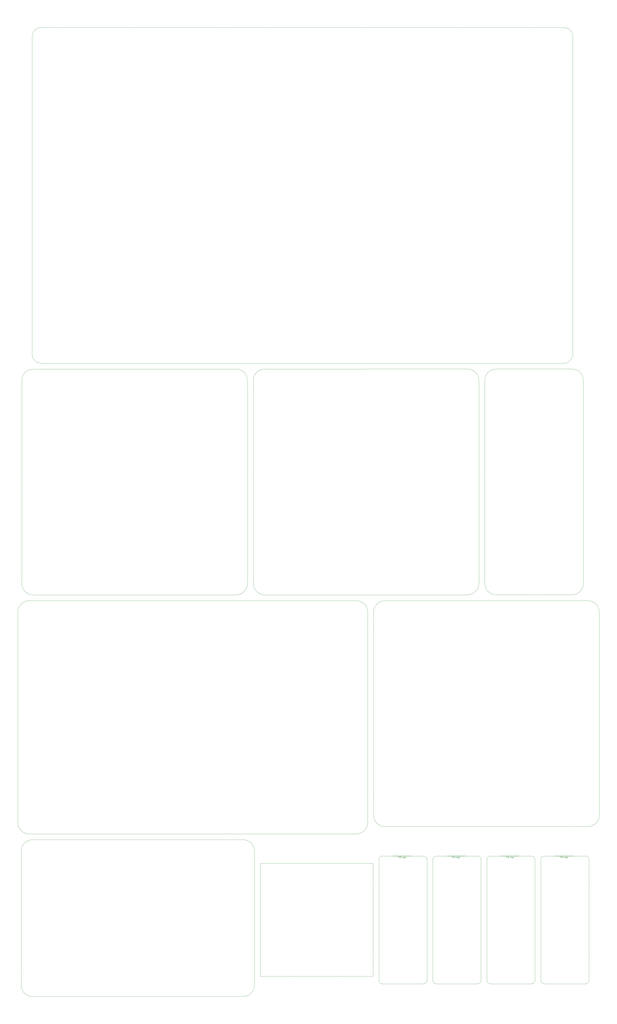
<source format=gbr>
G04 #@! TF.GenerationSoftware,KiCad,Pcbnew,(5.1.5)-3*
G04 #@! TF.CreationDate,2020-11-06T03:20:09-03:00*
G04 #@! TF.ProjectId,baseline_small,62617365-6c69-46e6-955f-736d616c6c2e,0.1*
G04 #@! TF.SameCoordinates,Original*
G04 #@! TF.FileFunction,OtherDrawing,Comment*
%FSLAX46Y46*%
G04 Gerber Fmt 4.6, Leading zero omitted, Abs format (unit mm)*
G04 Created by KiCad (PCBNEW (5.1.5)-3) date 2020-11-06 03:20:09*
%MOMM*%
%LPD*%
G04 APERTURE LIST*
%ADD10C,0.100000*%
%ADD11C,0.050000*%
%ADD12C,0.075000*%
G04 APERTURE END LIST*
D10*
X-142777666Y-422926814D02*
X-161065666Y-422926814D01*
X-141253666Y-367808814D02*
X-141253666Y-421402814D01*
X-141253666Y-421402814D02*
G75*
G02X-142777666Y-422926814I-1524000J0D01*
G01*
X-161065666Y-422926814D02*
G75*
G02X-162589666Y-421402814I0J1524000D01*
G01*
X-162589666Y-421402814D02*
X-162589666Y-367808814D01*
X-165193800Y-369565800D02*
X-165193800Y-419565800D01*
X-161065666Y-366284814D02*
X-142777666Y-366284814D01*
X-142777666Y-366284814D02*
G75*
G02X-141253666Y-367808814I0J-1524000D01*
G01*
X-162589666Y-367808814D02*
G75*
G02X-161065666Y-366284814I1524000J0D01*
G01*
X-165205866Y-367808814D02*
X-165205866Y-421402814D01*
X-185017866Y-422926814D02*
G75*
G02X-186541866Y-421402814I0J1524000D01*
G01*
X-165205866Y-421402814D02*
G75*
G02X-166729866Y-422926814I-1524000J0D01*
G01*
X-186541866Y-421402814D02*
X-186541866Y-367808814D01*
X-166729866Y-366284814D02*
G75*
G02X-165205866Y-367808814I0J-1524000D01*
G01*
X-166729866Y-422926814D02*
X-185017866Y-422926814D01*
X-186541866Y-367808814D02*
G75*
G02X-185017866Y-366284814I1524000J0D01*
G01*
X-185017866Y-366284814D02*
X-166729866Y-366284814D01*
X-189146000Y-369565800D02*
X-189146000Y-419565800D01*
X-189132666Y-367808814D02*
X-189132666Y-421402814D01*
X-208944666Y-422926814D02*
G75*
G02X-210468666Y-421402814I0J1524000D01*
G01*
X-189132666Y-421402814D02*
G75*
G02X-190656666Y-422926814I-1524000J0D01*
G01*
X-210468666Y-421402814D02*
X-210468666Y-367808814D01*
X-190656666Y-366284814D02*
G75*
G02X-189132666Y-367808814I0J-1524000D01*
G01*
X-190656666Y-422926814D02*
X-208944666Y-422926814D01*
X-210468666Y-367808814D02*
G75*
G02X-208944666Y-366284814I1524000J0D01*
G01*
X-208944666Y-366284814D02*
X-190656666Y-366284814D01*
X-213072800Y-369565800D02*
X-213072800Y-419565800D01*
D11*
X-387987388Y-359047974D02*
X-294663240Y-359047974D01*
X-249955825Y-253118201D02*
X-389448825Y-253118201D01*
X-387627242Y-150504065D02*
X-297762040Y-150488574D01*
D10*
X-213084866Y-367808814D02*
X-213084866Y-421402814D01*
X-232896866Y-422926814D02*
G75*
G02X-234420866Y-421402814I0J1524000D01*
G01*
X-213084866Y-421402814D02*
G75*
G02X-214608866Y-422926814I-1524000J0D01*
G01*
X-214608866Y-366284814D02*
G75*
G02X-213084866Y-367808814I0J-1524000D01*
G01*
X-214608866Y-422926814D02*
X-232896866Y-422926814D01*
X-234420866Y-367808814D02*
G75*
G02X-232896866Y-366284814I1524000J0D01*
G01*
X-234420866Y-421402814D02*
X-234420866Y-367808814D01*
X-232896866Y-366284814D02*
X-214608866Y-366284814D01*
D11*
X-239344200Y-351409000D02*
X-239342040Y-258194240D01*
X-389481440Y-356495274D02*
X-244424200Y-356489000D01*
X-394561440Y-351415274D02*
X-394548026Y-258264239D01*
X-389481440Y-356495274D02*
G75*
G02X-394561440Y-351415274I0J5080000D01*
G01*
X-244424063Y-253113878D02*
G75*
G02X-239342040Y-258194240I-66557J-5148602D01*
G01*
X-239344200Y-351409000D02*
G75*
G02X-244424200Y-356489000I-5080000J0D01*
G01*
X-394544315Y-258261148D02*
G75*
G02X-389448825Y-253118201I5146289J-3092D01*
G01*
X-249979594Y-253118201D02*
X-244424063Y-253113878D01*
X-231696640Y-353229060D02*
X-141736266Y-353231374D01*
X-141734106Y-253132088D02*
G75*
G02X-136654106Y-258212088I0J-5080000D01*
G01*
X-136656266Y-348151374D02*
X-136654106Y-258212088D01*
X-236778600Y-258212088D02*
G75*
G02X-231698600Y-253132088I5080000J0D01*
G01*
X-231698600Y-253132088D02*
X-141729640Y-253132088D01*
X-136656266Y-348151374D02*
G75*
G02X-141736266Y-353231374I-5080000J0D01*
G01*
X-231696640Y-353229060D02*
G75*
G02X-236776640Y-348149060I0J5080000D01*
G01*
X-236776640Y-348149060D02*
X-236778600Y-258212088D01*
X-143711626Y-245445840D02*
G75*
G02X-148791626Y-250525840I-5080000J0D01*
G01*
X-182370426Y-250525840D02*
G75*
G02X-187450426Y-245445840I0J5080000D01*
G01*
X-148791626Y-150449840D02*
G75*
G02X-143711626Y-155529840I0J-5080000D01*
G01*
X-182370426Y-250525840D02*
X-148791626Y-250525840D01*
X-187450426Y-155529840D02*
G75*
G02X-182370426Y-150449840I5080000J0D01*
G01*
X-143711626Y-245445840D02*
X-143711626Y-155529840D01*
X-182370426Y-150449840D02*
X-148791626Y-150449840D01*
X-187450426Y-155529840D02*
X-187450426Y-245445840D01*
X-195184452Y-150451823D02*
X-285049654Y-150467314D01*
X-195181361Y-150451824D02*
G75*
G02X-190038414Y-155547314I-3092J-5146289D01*
G01*
X-190053654Y-245463308D02*
X-190038414Y-155547314D01*
X-285049654Y-250543314D02*
X-195133654Y-250543314D01*
X-290129654Y-155547314D02*
X-290129654Y-245463314D01*
X-285049654Y-250543314D02*
G75*
G02X-290129654Y-245463314I0J5080000D01*
G01*
X-290129654Y-155547314D02*
G75*
G02X-285049654Y-150467314I5080000J0D01*
G01*
X-190053292Y-245461291D02*
G75*
G02X-195133654Y-250543314I-5148602J66557D01*
G01*
X-392800454Y-155599308D02*
X-392800454Y-245464508D01*
X-292673654Y-245464508D02*
X-292673654Y-155548508D01*
X-297753654Y-150468508D02*
G75*
G02X-292673654Y-155548508I0J-5080000D01*
G01*
X-387720454Y-250544508D02*
X-297753654Y-250544508D01*
X-387720454Y-250544508D02*
G75*
G02X-392800454Y-245464508I0J5080000D01*
G01*
X-292673654Y-245464508D02*
G75*
G02X-297753654Y-250544508I-5080000J0D01*
G01*
X-392800454Y-155599308D02*
G75*
G02X-387720454Y-150519308I5080000J0D01*
G01*
X-387987388Y-428579894D02*
X-294663240Y-428579894D01*
X-393067388Y-423499894D02*
X-393067388Y-364127974D01*
X-289583240Y-423499894D02*
X-289583240Y-364127974D01*
X-289583240Y-423499894D02*
G75*
G02X-294663240Y-428579894I-5080000J0D01*
G01*
X-393067388Y-364127974D02*
G75*
G02X-387987388Y-359047974I5080000J0D01*
G01*
X-387987388Y-428579894D02*
G75*
G02X-393067388Y-423499894I0J5080000D01*
G01*
X-294663240Y-359047974D02*
G75*
G02X-289583240Y-364127974I0J-5080000D01*
G01*
X-384122040Y-147948574D02*
G75*
G02X-388186040Y-143884574I0J4064000D01*
G01*
X-388186040Y-3168574D02*
G75*
G02X-384122040Y895426I4064000J0D01*
G01*
X-148410040Y-143884574D02*
G75*
G02X-152474040Y-147948574I-4064000J0D01*
G01*
X-152474040Y895426D02*
G75*
G02X-148410040Y-3168574I0J-4064000D01*
G01*
X-148410040Y-143884574D02*
X-148410040Y-3168574D01*
X-384122040Y-147948574D02*
X-152474040Y-147948574D01*
X-388186040Y-3168574D02*
X-388186040Y-143884574D01*
X-152474040Y895426D02*
X-384122040Y895426D01*
D10*
X-287025000Y-369565800D02*
X-237025000Y-369565800D01*
X-287025000Y-419565800D02*
X-287025000Y-369565800D01*
X-237025000Y-419565800D02*
X-287025000Y-419565800D01*
X-237025000Y-369565800D02*
X-237025000Y-419565800D01*
D11*
X-139894000Y-404324000D02*
G75*
G03X-139894000Y-404324000I-60000J0D01*
G01*
X-139894000Y-409448000D02*
G75*
G03X-139894000Y-409448000I-60000J0D01*
G01*
X-139894000Y-383413000D02*
G75*
G03X-139894000Y-383413000I-60000J0D01*
G01*
X-139894000Y-378289000D02*
G75*
G03X-139894000Y-378289000I-60000J0D01*
G01*
D10*
X-148337000Y-366249800D02*
X-156337000Y-366249800D01*
D11*
X-163871600Y-409448000D02*
G75*
G03X-163871600Y-409448000I-60000J0D01*
G01*
X-163871600Y-404324000D02*
G75*
G03X-163871600Y-404324000I-60000J0D01*
G01*
X-163846200Y-378289000D02*
G75*
G03X-163846200Y-378289000I-60000J0D01*
G01*
X-163846200Y-383413000D02*
G75*
G03X-163846200Y-383413000I-60000J0D01*
G01*
D10*
X-172289200Y-366249800D02*
X-180289200Y-366249800D01*
D11*
X-187798400Y-383413000D02*
G75*
G03X-187798400Y-383413000I-60000J0D01*
G01*
X-187798400Y-378289000D02*
G75*
G03X-187798400Y-378289000I-60000J0D01*
G01*
X-187823800Y-404324000D02*
G75*
G03X-187823800Y-404324000I-60000J0D01*
G01*
X-187823800Y-409448000D02*
G75*
G03X-187823800Y-409448000I-60000J0D01*
G01*
D10*
X-196216000Y-366249800D02*
X-204216000Y-366249800D01*
D11*
X-211725200Y-383413000D02*
G75*
G03X-211725200Y-383413000I-60000J0D01*
G01*
X-211725200Y-378289000D02*
G75*
G03X-211725200Y-378289000I-60000J0D01*
G01*
X-211750600Y-404324000D02*
G75*
G03X-211750600Y-404324000I-60000J0D01*
G01*
X-211750600Y-409448000D02*
G75*
G03X-211750600Y-409448000I-60000J0D01*
G01*
X-276971000Y-420827200D02*
G75*
G03X-276971000Y-420827200I-60000J0D01*
G01*
X-271847000Y-420827200D02*
G75*
G03X-271847000Y-420827200I-60000J0D01*
G01*
X-245812000Y-420827200D02*
G75*
G03X-245812000Y-420827200I-60000J0D01*
G01*
X-250936000Y-420827200D02*
G75*
G03X-250936000Y-420827200I-60000J0D01*
G01*
X-271847000Y-368274600D02*
G75*
G03X-271847000Y-368274600I-60000J0D01*
G01*
X-276971000Y-368274600D02*
G75*
G03X-276971000Y-368274600I-60000J0D01*
G01*
X-250936000Y-368274600D02*
G75*
G03X-250936000Y-368274600I-60000J0D01*
G01*
X-245812000Y-368274600D02*
G75*
G03X-245812000Y-368274600I-60000J0D01*
G01*
X-235702800Y-409448000D02*
G75*
G03X-235702800Y-409448000I-60000J0D01*
G01*
X-235702800Y-404324000D02*
G75*
G03X-235702800Y-404324000I-60000J0D01*
G01*
X-235677400Y-378289000D02*
G75*
G03X-235677400Y-378289000I-60000J0D01*
G01*
X-235677400Y-383413000D02*
G75*
G03X-235677400Y-383413000I-60000J0D01*
G01*
X-288255400Y-404324000D02*
G75*
G03X-288255400Y-404324000I-60000J0D01*
G01*
X-288255400Y-409448000D02*
G75*
G03X-288255400Y-409448000I-60000J0D01*
G01*
X-288255400Y-383413000D02*
G75*
G03X-288255400Y-383413000I-60000J0D01*
G01*
X-288255400Y-378289000D02*
G75*
G03X-288255400Y-378289000I-60000J0D01*
G01*
X-301571800Y-429844200D02*
G75*
G03X-301571800Y-429844200I-60000J0D01*
G01*
X-306695800Y-429844200D02*
G75*
G03X-306695800Y-429844200I-60000J0D01*
G01*
X-344795800Y-429844200D02*
G75*
G03X-344795800Y-429844200I-60000J0D01*
G01*
X-339671800Y-429844200D02*
G75*
G03X-339671800Y-429844200I-60000J0D01*
G01*
X-377213000Y-429844200D02*
G75*
G03X-377213000Y-429844200I-60000J0D01*
G01*
X-382337000Y-429844200D02*
G75*
G03X-382337000Y-429844200I-60000J0D01*
G01*
X-394262300Y-371265526D02*
G75*
G03X-394262300Y-371265526I-60000J0D01*
G01*
X-394262300Y-376389526D02*
G75*
G03X-394262300Y-376389526I-60000J0D01*
G01*
X-394275000Y-416273800D02*
G75*
G03X-394275000Y-416273800I-60000J0D01*
G01*
X-394275000Y-411149800D02*
G75*
G03X-394275000Y-411149800I-60000J0D01*
G01*
X-135319840Y-266591974D02*
G75*
G03X-135319840Y-266591974I-60000J0D01*
G01*
X-135319840Y-261467974D02*
G75*
G03X-135319840Y-261467974I-60000J0D01*
G01*
X-135319840Y-299694974D02*
G75*
G03X-135319840Y-299694974I-60000J0D01*
G01*
X-135319840Y-304818974D02*
G75*
G03X-135319840Y-304818974I-60000J0D01*
G01*
X-135319840Y-344569974D02*
G75*
G03X-135319840Y-344569974I-60000J0D01*
G01*
X-135319840Y-339445974D02*
G75*
G03X-135319840Y-339445974I-60000J0D01*
G01*
X-168113400Y-251815600D02*
G75*
G03X-168113400Y-251815600I-60000J0D01*
G01*
X-162989400Y-251815600D02*
G75*
G03X-162989400Y-251815600I-60000J0D01*
G01*
X-214523840Y-251834574D02*
G75*
G03X-214523840Y-251834574I-60000J0D01*
G01*
X-219647840Y-251834574D02*
G75*
G03X-219647840Y-251834574I-60000J0D01*
G01*
X-175909040Y-354475974D02*
G75*
G03X-175909040Y-354475974I-60000J0D01*
G01*
X-170785040Y-354475974D02*
G75*
G03X-170785040Y-354475974I-60000J0D01*
G01*
X-143937240Y-354475974D02*
G75*
G03X-143937240Y-354475974I-60000J0D01*
G01*
X-149061240Y-354475974D02*
G75*
G03X-149061240Y-354475974I-60000J0D01*
G01*
X-258893000Y-357759000D02*
G75*
G03X-258893000Y-357759000I-60000J0D01*
G01*
X-253769000Y-357759000D02*
G75*
G03X-253769000Y-357759000I-60000J0D01*
G01*
X-277871440Y-357752574D02*
G75*
G03X-277871440Y-357752574I-60000J0D01*
G01*
X-282995440Y-357752574D02*
G75*
G03X-282995440Y-357752574I-60000J0D01*
G01*
X-395771440Y-342385574D02*
G75*
G03X-395771440Y-342385574I-60000J0D01*
G01*
X-395771440Y-347509574D02*
G75*
G03X-395771440Y-347509574I-60000J0D01*
G01*
X-395784140Y-305599574D02*
G75*
G03X-395784140Y-305599574I-60000J0D01*
G01*
X-395784140Y-300475574D02*
G75*
G03X-395784140Y-300475574I-60000J0D01*
G01*
X-395771440Y-260470574D02*
G75*
G03X-395771440Y-260470574I-60000J0D01*
G01*
X-395771440Y-265594574D02*
G75*
G03X-395771440Y-265594574I-60000J0D01*
G01*
X-339441040Y-357777974D02*
G75*
G03X-339441040Y-357777974I-60000J0D01*
G01*
X-344565040Y-357777974D02*
G75*
G03X-344565040Y-357777974I-60000J0D01*
G01*
X-382030040Y-357777974D02*
G75*
G03X-382030040Y-357777974I-60000J0D01*
G01*
X-376906040Y-357777974D02*
G75*
G03X-376906040Y-357777974I-60000J0D01*
G01*
X-301341040Y-357777974D02*
G75*
G03X-301341040Y-357777974I-60000J0D01*
G01*
X-306465040Y-357777974D02*
G75*
G03X-306465040Y-357777974I-60000J0D01*
G01*
X-238012040Y-299694974D02*
G75*
G03X-238012040Y-299694974I-60000J0D01*
G01*
X-238012040Y-304818974D02*
G75*
G03X-238012040Y-304818974I-60000J0D01*
G01*
X-238012040Y-339420574D02*
G75*
G03X-238012040Y-339420574I-60000J0D01*
G01*
X-238012040Y-344544574D02*
G75*
G03X-238012040Y-344544574I-60000J0D01*
G01*
X-237986640Y-265144174D02*
G75*
G03X-237986640Y-265144174I-60000J0D01*
G01*
X-237986640Y-260020174D02*
G75*
G03X-237986640Y-260020174I-60000J0D01*
G01*
X-142381040Y-243071574D02*
G75*
G03X-142381040Y-243071574I-60000J0D01*
G01*
X-142381040Y-237947574D02*
G75*
G03X-142381040Y-237947574I-60000J0D01*
G01*
X-142381040Y-198171174D02*
G75*
G03X-142381040Y-198171174I-60000J0D01*
G01*
X-142381040Y-203295174D02*
G75*
G03X-142381040Y-203295174I-60000J0D01*
G01*
X-142381040Y-163696574D02*
G75*
G03X-142381040Y-163696574I-60000J0D01*
G01*
X-142381040Y-158572574D02*
G75*
G03X-142381040Y-158572574I-60000J0D01*
G01*
X-147080040Y-136322174D02*
G75*
G03X-147080040Y-136322174I-60000J0D01*
G01*
X-147080040Y-141446174D02*
G75*
G03X-147080040Y-141446174I-60000J0D01*
G01*
X-147054640Y-13353974D02*
G75*
G03X-147054640Y-13353974I-60000J0D01*
G01*
X-147054640Y-8229974D02*
G75*
G03X-147054640Y-8229974I-60000J0D01*
G01*
X-147080040Y-95929374D02*
G75*
G03X-147080040Y-95929374I-60000J0D01*
G01*
X-147080040Y-90805374D02*
G75*
G03X-147080040Y-90805374I-60000J0D01*
G01*
X-147054640Y-50139974D02*
G75*
G03X-147054640Y-50139974I-60000J0D01*
G01*
X-147054640Y-55263974D02*
G75*
G03X-147054640Y-55263974I-60000J0D01*
G01*
X-163005840Y2190826D02*
G75*
G03X-163005840Y2190826I-60000J0D01*
G01*
X-168129840Y2190826D02*
G75*
G03X-168129840Y2190826I-60000J0D01*
G01*
X-202978640Y2190826D02*
G75*
G03X-202978640Y2190826I-60000J0D01*
G01*
X-197854640Y2190826D02*
G75*
G03X-197854640Y2190826I-60000J0D01*
G01*
X-235319640Y2190826D02*
G75*
G03X-235319640Y2190826I-60000J0D01*
G01*
X-240443640Y2190826D02*
G75*
G03X-240443640Y2190826I-60000J0D01*
G01*
X-282353640Y2190826D02*
G75*
G03X-282353640Y2190826I-60000J0D01*
G01*
X-277229640Y2190826D02*
G75*
G03X-277229640Y2190826I-60000J0D01*
G01*
X-300699240Y2190826D02*
G75*
G03X-300699240Y2190826I-60000J0D01*
G01*
X-305823240Y2190826D02*
G75*
G03X-305823240Y2190826I-60000J0D01*
G01*
X-343897840Y2190826D02*
G75*
G03X-343897840Y2190826I-60000J0D01*
G01*
X-338773840Y2190826D02*
G75*
G03X-338773840Y2190826I-60000J0D01*
G01*
X-376264240Y2190826D02*
G75*
G03X-376264240Y2190826I-60000J0D01*
G01*
X-381388240Y2190826D02*
G75*
G03X-381388240Y2190826I-60000J0D01*
G01*
X-248765200Y-251815600D02*
G75*
G03X-248765200Y-251815600I-60000J0D01*
G01*
X-253889200Y-251815600D02*
G75*
G03X-253889200Y-251815600I-60000J0D01*
G01*
X-305830040Y-251834574D02*
G75*
G03X-305830040Y-251834574I-60000J0D01*
G01*
X-300706040Y-251834574D02*
G75*
G03X-300706040Y-251834574I-60000J0D01*
G01*
X-219622440Y-354501374D02*
G75*
G03X-219622440Y-354501374I-60000J0D01*
G01*
X-214498440Y-354501374D02*
G75*
G03X-214498440Y-354501374I-60000J0D01*
G01*
X-277211040Y-251834574D02*
G75*
G03X-277211040Y-251834574I-60000J0D01*
G01*
X-282335040Y-251834574D02*
G75*
G03X-282335040Y-251834574I-60000J0D01*
G01*
X-343930040Y-251834574D02*
G75*
G03X-343930040Y-251834574I-60000J0D01*
G01*
X-338806040Y-251834574D02*
G75*
G03X-338806040Y-251834574I-60000J0D01*
G01*
X-376271040Y-251834574D02*
G75*
G03X-376271040Y-251834574I-60000J0D01*
G01*
X-381395040Y-251834574D02*
G75*
G03X-381395040Y-251834574I-60000J0D01*
G01*
X-394018840Y-243039374D02*
G75*
G03X-394018840Y-243039374I-60000J0D01*
G01*
X-394018840Y-237915374D02*
G75*
G03X-394018840Y-237915374I-60000J0D01*
G01*
X-394044240Y-198519974D02*
G75*
G03X-394044240Y-198519974I-60000J0D01*
G01*
X-394044240Y-203643974D02*
G75*
G03X-394044240Y-203643974I-60000J0D01*
G01*
X-188710640Y-198196574D02*
G75*
G03X-188710640Y-198196574I-60000J0D01*
G01*
X-188710640Y-203320574D02*
G75*
G03X-188710640Y-203320574I-60000J0D01*
G01*
X-188685240Y-237947574D02*
G75*
G03X-188685240Y-237947574I-60000J0D01*
G01*
X-188685240Y-243071574D02*
G75*
G03X-188685240Y-243071574I-60000J0D01*
G01*
X-291377440Y-203320574D02*
G75*
G03X-291377440Y-203320574I-60000J0D01*
G01*
X-291377440Y-198196574D02*
G75*
G03X-291377440Y-198196574I-60000J0D01*
G01*
X-188685240Y-163696574D02*
G75*
G03X-188685240Y-163696574I-60000J0D01*
G01*
X-188685240Y-158572574D02*
G75*
G03X-188685240Y-158572574I-60000J0D01*
G01*
X-291352040Y-243071574D02*
G75*
G03X-291352040Y-243071574I-60000J0D01*
G01*
X-291352040Y-237947574D02*
G75*
G03X-291352040Y-237947574I-60000J0D01*
G01*
X-291352040Y-158572574D02*
G75*
G03X-291352040Y-158572574I-60000J0D01*
G01*
X-291352040Y-163696574D02*
G75*
G03X-291352040Y-163696574I-60000J0D01*
G01*
X-168111240Y-149218574D02*
G75*
G03X-168111240Y-149218574I-60000J0D01*
G01*
X-162987240Y-149218574D02*
G75*
G03X-162987240Y-149218574I-60000J0D01*
G01*
X-240425040Y-149218574D02*
G75*
G03X-240425040Y-149218574I-60000J0D01*
G01*
X-235301040Y-149218574D02*
G75*
G03X-235301040Y-149218574I-60000J0D01*
G01*
X-197836040Y-149218574D02*
G75*
G03X-197836040Y-149218574I-60000J0D01*
G01*
X-202960040Y-149218574D02*
G75*
G03X-202960040Y-149218574I-60000J0D01*
G01*
X-282335040Y-149218574D02*
G75*
G03X-282335040Y-149218574I-60000J0D01*
G01*
X-277211040Y-149218574D02*
G75*
G03X-277211040Y-149218574I-60000J0D01*
G01*
X-338806040Y-149218574D02*
G75*
G03X-338806040Y-149218574I-60000J0D01*
G01*
X-343930040Y-149218574D02*
G75*
G03X-343930040Y-149218574I-60000J0D01*
G01*
X-300706040Y-149218574D02*
G75*
G03X-300706040Y-149218574I-60000J0D01*
G01*
X-305830040Y-149218574D02*
G75*
G03X-305830040Y-149218574I-60000J0D01*
G01*
X-394044240Y-163664374D02*
G75*
G03X-394044240Y-163664374I-60000J0D01*
G01*
X-394044240Y-158540374D02*
G75*
G03X-394044240Y-158540374I-60000J0D01*
G01*
X-381395040Y-149218574D02*
G75*
G03X-381395040Y-149218574I-60000J0D01*
G01*
X-376271040Y-149218574D02*
G75*
G03X-376271040Y-149218574I-60000J0D01*
G01*
X-389403200Y-95595000D02*
G75*
G03X-389403200Y-95595000I-60000J0D01*
G01*
X-389403200Y-90471000D02*
G75*
G03X-389403200Y-90471000I-60000J0D01*
G01*
X-389403200Y-49831000D02*
G75*
G03X-389403200Y-49831000I-60000J0D01*
G01*
X-389403200Y-54955000D02*
G75*
G03X-389403200Y-54955000I-60000J0D01*
G01*
X-389403200Y-13045000D02*
G75*
G03X-389403200Y-13045000I-60000J0D01*
G01*
X-389403200Y-7921000D02*
G75*
G03X-389403200Y-7921000I-60000J0D01*
G01*
X-389403200Y-136010574D02*
G75*
G03X-389403200Y-136010574I-60000J0D01*
G01*
X-389403200Y-141134574D02*
G75*
G03X-389403200Y-141134574I-60000J0D01*
G01*
D10*
X-220168200Y-366249800D02*
X-228168200Y-366249800D01*
D12*
X-154039380Y-367075990D02*
X-154039380Y-366575990D01*
X-153848904Y-366575990D01*
X-153801285Y-366599800D01*
X-153777476Y-366623609D01*
X-153753666Y-366671228D01*
X-153753666Y-366742657D01*
X-153777476Y-366790276D01*
X-153801285Y-366814085D01*
X-153848904Y-366837895D01*
X-154039380Y-366837895D01*
X-153253666Y-367028371D02*
X-153277476Y-367052180D01*
X-153348904Y-367075990D01*
X-153396523Y-367075990D01*
X-153467952Y-367052180D01*
X-153515571Y-367004561D01*
X-153539380Y-366956942D01*
X-153563190Y-366861704D01*
X-153563190Y-366790276D01*
X-153539380Y-366695038D01*
X-153515571Y-366647419D01*
X-153467952Y-366599800D01*
X-153396523Y-366575990D01*
X-153348904Y-366575990D01*
X-153277476Y-366599800D01*
X-153253666Y-366623609D01*
X-152872714Y-366814085D02*
X-152801285Y-366837895D01*
X-152777476Y-366861704D01*
X-152753666Y-366909323D01*
X-152753666Y-366980752D01*
X-152777476Y-367028371D01*
X-152801285Y-367052180D01*
X-152848904Y-367075990D01*
X-153039380Y-367075990D01*
X-153039380Y-366575990D01*
X-152872714Y-366575990D01*
X-152825095Y-366599800D01*
X-152801285Y-366623609D01*
X-152777476Y-366671228D01*
X-152777476Y-366718847D01*
X-152801285Y-366766466D01*
X-152825095Y-366790276D01*
X-152872714Y-366814085D01*
X-153039380Y-366814085D01*
X-151967952Y-367052180D02*
X-152015571Y-367075990D01*
X-152110809Y-367075990D01*
X-152158428Y-367052180D01*
X-152182238Y-367004561D01*
X-152182238Y-366814085D01*
X-152158428Y-366766466D01*
X-152110809Y-366742657D01*
X-152015571Y-366742657D01*
X-151967952Y-366766466D01*
X-151944142Y-366814085D01*
X-151944142Y-366861704D01*
X-152182238Y-366909323D01*
X-151515571Y-367075990D02*
X-151515571Y-366575990D01*
X-151515571Y-367052180D02*
X-151563190Y-367075990D01*
X-151658428Y-367075990D01*
X-151706047Y-367052180D01*
X-151729857Y-367028371D01*
X-151753666Y-366980752D01*
X-151753666Y-366837895D01*
X-151729857Y-366790276D01*
X-151706047Y-366766466D01*
X-151658428Y-366742657D01*
X-151563190Y-366742657D01*
X-151515571Y-366766466D01*
X-151063190Y-366742657D02*
X-151063190Y-367147419D01*
X-151087000Y-367195038D01*
X-151110809Y-367218847D01*
X-151158428Y-367242657D01*
X-151229857Y-367242657D01*
X-151277476Y-367218847D01*
X-151063190Y-367052180D02*
X-151110809Y-367075990D01*
X-151206047Y-367075990D01*
X-151253666Y-367052180D01*
X-151277476Y-367028371D01*
X-151301285Y-366980752D01*
X-151301285Y-366837895D01*
X-151277476Y-366790276D01*
X-151253666Y-366766466D01*
X-151206047Y-366742657D01*
X-151110809Y-366742657D01*
X-151063190Y-366766466D01*
X-150634619Y-367052180D02*
X-150682238Y-367075990D01*
X-150777476Y-367075990D01*
X-150825095Y-367052180D01*
X-150848904Y-367004561D01*
X-150848904Y-366814085D01*
X-150825095Y-366766466D01*
X-150777476Y-366742657D01*
X-150682238Y-366742657D01*
X-150634619Y-366766466D01*
X-150610809Y-366814085D01*
X-150610809Y-366861704D01*
X-150848904Y-366909323D01*
X-177991580Y-367075990D02*
X-177991580Y-366575990D01*
X-177801104Y-366575990D01*
X-177753485Y-366599800D01*
X-177729676Y-366623609D01*
X-177705866Y-366671228D01*
X-177705866Y-366742657D01*
X-177729676Y-366790276D01*
X-177753485Y-366814085D01*
X-177801104Y-366837895D01*
X-177991580Y-366837895D01*
X-177205866Y-367028371D02*
X-177229676Y-367052180D01*
X-177301104Y-367075990D01*
X-177348723Y-367075990D01*
X-177420152Y-367052180D01*
X-177467771Y-367004561D01*
X-177491580Y-366956942D01*
X-177515390Y-366861704D01*
X-177515390Y-366790276D01*
X-177491580Y-366695038D01*
X-177467771Y-366647419D01*
X-177420152Y-366599800D01*
X-177348723Y-366575990D01*
X-177301104Y-366575990D01*
X-177229676Y-366599800D01*
X-177205866Y-366623609D01*
X-176824914Y-366814085D02*
X-176753485Y-366837895D01*
X-176729676Y-366861704D01*
X-176705866Y-366909323D01*
X-176705866Y-366980752D01*
X-176729676Y-367028371D01*
X-176753485Y-367052180D01*
X-176801104Y-367075990D01*
X-176991580Y-367075990D01*
X-176991580Y-366575990D01*
X-176824914Y-366575990D01*
X-176777295Y-366599800D01*
X-176753485Y-366623609D01*
X-176729676Y-366671228D01*
X-176729676Y-366718847D01*
X-176753485Y-366766466D01*
X-176777295Y-366790276D01*
X-176824914Y-366814085D01*
X-176991580Y-366814085D01*
X-175920152Y-367052180D02*
X-175967771Y-367075990D01*
X-176063009Y-367075990D01*
X-176110628Y-367052180D01*
X-176134438Y-367004561D01*
X-176134438Y-366814085D01*
X-176110628Y-366766466D01*
X-176063009Y-366742657D01*
X-175967771Y-366742657D01*
X-175920152Y-366766466D01*
X-175896342Y-366814085D01*
X-175896342Y-366861704D01*
X-176134438Y-366909323D01*
X-175467771Y-367075990D02*
X-175467771Y-366575990D01*
X-175467771Y-367052180D02*
X-175515390Y-367075990D01*
X-175610628Y-367075990D01*
X-175658247Y-367052180D01*
X-175682057Y-367028371D01*
X-175705866Y-366980752D01*
X-175705866Y-366837895D01*
X-175682057Y-366790276D01*
X-175658247Y-366766466D01*
X-175610628Y-366742657D01*
X-175515390Y-366742657D01*
X-175467771Y-366766466D01*
X-175015390Y-366742657D02*
X-175015390Y-367147419D01*
X-175039200Y-367195038D01*
X-175063009Y-367218847D01*
X-175110628Y-367242657D01*
X-175182057Y-367242657D01*
X-175229676Y-367218847D01*
X-175015390Y-367052180D02*
X-175063009Y-367075990D01*
X-175158247Y-367075990D01*
X-175205866Y-367052180D01*
X-175229676Y-367028371D01*
X-175253485Y-366980752D01*
X-175253485Y-366837895D01*
X-175229676Y-366790276D01*
X-175205866Y-366766466D01*
X-175158247Y-366742657D01*
X-175063009Y-366742657D01*
X-175015390Y-366766466D01*
X-174586819Y-367052180D02*
X-174634438Y-367075990D01*
X-174729676Y-367075990D01*
X-174777295Y-367052180D01*
X-174801104Y-367004561D01*
X-174801104Y-366814085D01*
X-174777295Y-366766466D01*
X-174729676Y-366742657D01*
X-174634438Y-366742657D01*
X-174586819Y-366766466D01*
X-174563009Y-366814085D01*
X-174563009Y-366861704D01*
X-174801104Y-366909323D01*
X-201918380Y-367075990D02*
X-201918380Y-366575990D01*
X-201727904Y-366575990D01*
X-201680285Y-366599800D01*
X-201656476Y-366623609D01*
X-201632666Y-366671228D01*
X-201632666Y-366742657D01*
X-201656476Y-366790276D01*
X-201680285Y-366814085D01*
X-201727904Y-366837895D01*
X-201918380Y-366837895D01*
X-201132666Y-367028371D02*
X-201156476Y-367052180D01*
X-201227904Y-367075990D01*
X-201275523Y-367075990D01*
X-201346952Y-367052180D01*
X-201394571Y-367004561D01*
X-201418380Y-366956942D01*
X-201442190Y-366861704D01*
X-201442190Y-366790276D01*
X-201418380Y-366695038D01*
X-201394571Y-366647419D01*
X-201346952Y-366599800D01*
X-201275523Y-366575990D01*
X-201227904Y-366575990D01*
X-201156476Y-366599800D01*
X-201132666Y-366623609D01*
X-200751714Y-366814085D02*
X-200680285Y-366837895D01*
X-200656476Y-366861704D01*
X-200632666Y-366909323D01*
X-200632666Y-366980752D01*
X-200656476Y-367028371D01*
X-200680285Y-367052180D01*
X-200727904Y-367075990D01*
X-200918380Y-367075990D01*
X-200918380Y-366575990D01*
X-200751714Y-366575990D01*
X-200704095Y-366599800D01*
X-200680285Y-366623609D01*
X-200656476Y-366671228D01*
X-200656476Y-366718847D01*
X-200680285Y-366766466D01*
X-200704095Y-366790276D01*
X-200751714Y-366814085D01*
X-200918380Y-366814085D01*
X-199846952Y-367052180D02*
X-199894571Y-367075990D01*
X-199989809Y-367075990D01*
X-200037428Y-367052180D01*
X-200061238Y-367004561D01*
X-200061238Y-366814085D01*
X-200037428Y-366766466D01*
X-199989809Y-366742657D01*
X-199894571Y-366742657D01*
X-199846952Y-366766466D01*
X-199823142Y-366814085D01*
X-199823142Y-366861704D01*
X-200061238Y-366909323D01*
X-199394571Y-367075990D02*
X-199394571Y-366575990D01*
X-199394571Y-367052180D02*
X-199442190Y-367075990D01*
X-199537428Y-367075990D01*
X-199585047Y-367052180D01*
X-199608857Y-367028371D01*
X-199632666Y-366980752D01*
X-199632666Y-366837895D01*
X-199608857Y-366790276D01*
X-199585047Y-366766466D01*
X-199537428Y-366742657D01*
X-199442190Y-366742657D01*
X-199394571Y-366766466D01*
X-198942190Y-366742657D02*
X-198942190Y-367147419D01*
X-198966000Y-367195038D01*
X-198989809Y-367218847D01*
X-199037428Y-367242657D01*
X-199108857Y-367242657D01*
X-199156476Y-367218847D01*
X-198942190Y-367052180D02*
X-198989809Y-367075990D01*
X-199085047Y-367075990D01*
X-199132666Y-367052180D01*
X-199156476Y-367028371D01*
X-199180285Y-366980752D01*
X-199180285Y-366837895D01*
X-199156476Y-366790276D01*
X-199132666Y-366766466D01*
X-199085047Y-366742657D01*
X-198989809Y-366742657D01*
X-198942190Y-366766466D01*
X-198513619Y-367052180D02*
X-198561238Y-367075990D01*
X-198656476Y-367075990D01*
X-198704095Y-367052180D01*
X-198727904Y-367004561D01*
X-198727904Y-366814085D01*
X-198704095Y-366766466D01*
X-198656476Y-366742657D01*
X-198561238Y-366742657D01*
X-198513619Y-366766466D01*
X-198489809Y-366814085D01*
X-198489809Y-366861704D01*
X-198727904Y-366909323D01*
X-225870580Y-367075990D02*
X-225870580Y-366575990D01*
X-225680104Y-366575990D01*
X-225632485Y-366599800D01*
X-225608676Y-366623609D01*
X-225584866Y-366671228D01*
X-225584866Y-366742657D01*
X-225608676Y-366790276D01*
X-225632485Y-366814085D01*
X-225680104Y-366837895D01*
X-225870580Y-366837895D01*
X-225084866Y-367028371D02*
X-225108676Y-367052180D01*
X-225180104Y-367075990D01*
X-225227723Y-367075990D01*
X-225299152Y-367052180D01*
X-225346771Y-367004561D01*
X-225370580Y-366956942D01*
X-225394390Y-366861704D01*
X-225394390Y-366790276D01*
X-225370580Y-366695038D01*
X-225346771Y-366647419D01*
X-225299152Y-366599800D01*
X-225227723Y-366575990D01*
X-225180104Y-366575990D01*
X-225108676Y-366599800D01*
X-225084866Y-366623609D01*
X-224703914Y-366814085D02*
X-224632485Y-366837895D01*
X-224608676Y-366861704D01*
X-224584866Y-366909323D01*
X-224584866Y-366980752D01*
X-224608676Y-367028371D01*
X-224632485Y-367052180D01*
X-224680104Y-367075990D01*
X-224870580Y-367075990D01*
X-224870580Y-366575990D01*
X-224703914Y-366575990D01*
X-224656295Y-366599800D01*
X-224632485Y-366623609D01*
X-224608676Y-366671228D01*
X-224608676Y-366718847D01*
X-224632485Y-366766466D01*
X-224656295Y-366790276D01*
X-224703914Y-366814085D01*
X-224870580Y-366814085D01*
X-223799152Y-367052180D02*
X-223846771Y-367075990D01*
X-223942009Y-367075990D01*
X-223989628Y-367052180D01*
X-224013438Y-367004561D01*
X-224013438Y-366814085D01*
X-223989628Y-366766466D01*
X-223942009Y-366742657D01*
X-223846771Y-366742657D01*
X-223799152Y-366766466D01*
X-223775342Y-366814085D01*
X-223775342Y-366861704D01*
X-224013438Y-366909323D01*
X-223346771Y-367075990D02*
X-223346771Y-366575990D01*
X-223346771Y-367052180D02*
X-223394390Y-367075990D01*
X-223489628Y-367075990D01*
X-223537247Y-367052180D01*
X-223561057Y-367028371D01*
X-223584866Y-366980752D01*
X-223584866Y-366837895D01*
X-223561057Y-366790276D01*
X-223537247Y-366766466D01*
X-223489628Y-366742657D01*
X-223394390Y-366742657D01*
X-223346771Y-366766466D01*
X-222894390Y-366742657D02*
X-222894390Y-367147419D01*
X-222918200Y-367195038D01*
X-222942009Y-367218847D01*
X-222989628Y-367242657D01*
X-223061057Y-367242657D01*
X-223108676Y-367218847D01*
X-222894390Y-367052180D02*
X-222942009Y-367075990D01*
X-223037247Y-367075990D01*
X-223084866Y-367052180D01*
X-223108676Y-367028371D01*
X-223132485Y-366980752D01*
X-223132485Y-366837895D01*
X-223108676Y-366790276D01*
X-223084866Y-366766466D01*
X-223037247Y-366742657D01*
X-222942009Y-366742657D01*
X-222894390Y-366766466D01*
X-222465819Y-367052180D02*
X-222513438Y-367075990D01*
X-222608676Y-367075990D01*
X-222656295Y-367052180D01*
X-222680104Y-367004561D01*
X-222680104Y-366814085D01*
X-222656295Y-366766466D01*
X-222608676Y-366742657D01*
X-222513438Y-366742657D01*
X-222465819Y-366766466D01*
X-222442009Y-366814085D01*
X-222442009Y-366861704D01*
X-222680104Y-366909323D01*
M02*

</source>
